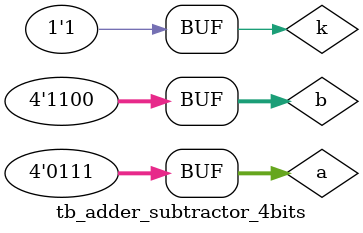
<source format=v>
`timescale 1ns / 1ps


module tb_adder_subtractor_4bits();
reg [3:0] a,b;
reg k;
wire [3:0] s;
wire cout;

adder_subtractor_4bits a1 (.s(s), .cout(cout), .a(a), .b(b), .k(k));
initial 
    begin
#5 
     a[0]=1; b[0]=1; k=0;
     a[1]=1; b[1]=1; 
     a[2]=1; b[2]=1;
     a[3]=1; b[3]=1;
#5
     a[0]=0; b[0]=1; k=1;
     a[1]=0; b[1]=1; 
     a[2]=0; b[2]=1;
     a[3]=0; b[3]=1;
#5
     a[0]=0; b[0]=1; k=0;
     a[1]=0; b[1]=1;
     a[2]=1; b[2]=0;
     a[3]=0; b[3]=1;
#5
     a[0]=1; b[0]=0; k=1;
     a[1]=1; b[1]=0; 
     a[2]=1; b[2]=1;
     a[3]=0; b[3]=1;
    end

endmodule
</source>
